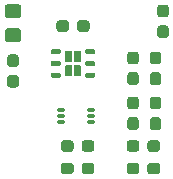
<source format=gbr>
G04 #@! TF.GenerationSoftware,KiCad,Pcbnew,(5.1.4)-1*
G04 #@! TF.CreationDate,2020-11-15T15:43:23+01:00*
G04 #@! TF.ProjectId,Sensorplatine,53656e73-6f72-4706-9c61-74696e652e6b,rev?*
G04 #@! TF.SameCoordinates,Original*
G04 #@! TF.FileFunction,Paste,Top*
G04 #@! TF.FilePolarity,Positive*
%FSLAX46Y46*%
G04 Gerber Fmt 4.6, Leading zero omitted, Abs format (unit mm)*
G04 Created by KiCad (PCBNEW (5.1.4)-1) date 2020-11-15 15:43:23*
%MOMM*%
%LPD*%
G04 APERTURE LIST*
%ADD10C,0.100000*%
%ADD11C,0.950000*%
%ADD12C,1.150000*%
%ADD13C,0.300000*%
%ADD14C,0.600000*%
%ADD15C,0.400000*%
G04 APERTURE END LIST*
D10*
G36*
X176790779Y-86471144D02*
G01*
X176813834Y-86474563D01*
X176836443Y-86480227D01*
X176858387Y-86488079D01*
X176879457Y-86498044D01*
X176899448Y-86510026D01*
X176918168Y-86523910D01*
X176935438Y-86539562D01*
X176951090Y-86556832D01*
X176964974Y-86575552D01*
X176976956Y-86595543D01*
X176986921Y-86616613D01*
X176994773Y-86638557D01*
X177000437Y-86661166D01*
X177003856Y-86684221D01*
X177005000Y-86707500D01*
X177005000Y-87282500D01*
X177003856Y-87305779D01*
X177000437Y-87328834D01*
X176994773Y-87351443D01*
X176986921Y-87373387D01*
X176976956Y-87394457D01*
X176964974Y-87414448D01*
X176951090Y-87433168D01*
X176935438Y-87450438D01*
X176918168Y-87466090D01*
X176899448Y-87479974D01*
X176879457Y-87491956D01*
X176858387Y-87501921D01*
X176836443Y-87509773D01*
X176813834Y-87515437D01*
X176790779Y-87518856D01*
X176767500Y-87520000D01*
X176292500Y-87520000D01*
X176269221Y-87518856D01*
X176246166Y-87515437D01*
X176223557Y-87509773D01*
X176201613Y-87501921D01*
X176180543Y-87491956D01*
X176160552Y-87479974D01*
X176141832Y-87466090D01*
X176124562Y-87450438D01*
X176108910Y-87433168D01*
X176095026Y-87414448D01*
X176083044Y-87394457D01*
X176073079Y-87373387D01*
X176065227Y-87351443D01*
X176059563Y-87328834D01*
X176056144Y-87305779D01*
X176055000Y-87282500D01*
X176055000Y-86707500D01*
X176056144Y-86684221D01*
X176059563Y-86661166D01*
X176065227Y-86638557D01*
X176073079Y-86616613D01*
X176083044Y-86595543D01*
X176095026Y-86575552D01*
X176108910Y-86556832D01*
X176124562Y-86539562D01*
X176141832Y-86523910D01*
X176160552Y-86510026D01*
X176180543Y-86498044D01*
X176201613Y-86488079D01*
X176223557Y-86480227D01*
X176246166Y-86474563D01*
X176269221Y-86471144D01*
X176292500Y-86470000D01*
X176767500Y-86470000D01*
X176790779Y-86471144D01*
X176790779Y-86471144D01*
G37*
D11*
X176530000Y-86995000D03*
D10*
G36*
X176790779Y-88221144D02*
G01*
X176813834Y-88224563D01*
X176836443Y-88230227D01*
X176858387Y-88238079D01*
X176879457Y-88248044D01*
X176899448Y-88260026D01*
X176918168Y-88273910D01*
X176935438Y-88289562D01*
X176951090Y-88306832D01*
X176964974Y-88325552D01*
X176976956Y-88345543D01*
X176986921Y-88366613D01*
X176994773Y-88388557D01*
X177000437Y-88411166D01*
X177003856Y-88434221D01*
X177005000Y-88457500D01*
X177005000Y-89032500D01*
X177003856Y-89055779D01*
X177000437Y-89078834D01*
X176994773Y-89101443D01*
X176986921Y-89123387D01*
X176976956Y-89144457D01*
X176964974Y-89164448D01*
X176951090Y-89183168D01*
X176935438Y-89200438D01*
X176918168Y-89216090D01*
X176899448Y-89229974D01*
X176879457Y-89241956D01*
X176858387Y-89251921D01*
X176836443Y-89259773D01*
X176813834Y-89265437D01*
X176790779Y-89268856D01*
X176767500Y-89270000D01*
X176292500Y-89270000D01*
X176269221Y-89268856D01*
X176246166Y-89265437D01*
X176223557Y-89259773D01*
X176201613Y-89251921D01*
X176180543Y-89241956D01*
X176160552Y-89229974D01*
X176141832Y-89216090D01*
X176124562Y-89200438D01*
X176108910Y-89183168D01*
X176095026Y-89164448D01*
X176083044Y-89144457D01*
X176073079Y-89123387D01*
X176065227Y-89101443D01*
X176059563Y-89078834D01*
X176056144Y-89055779D01*
X176055000Y-89032500D01*
X176055000Y-88457500D01*
X176056144Y-88434221D01*
X176059563Y-88411166D01*
X176065227Y-88388557D01*
X176073079Y-88366613D01*
X176083044Y-88345543D01*
X176095026Y-88325552D01*
X176108910Y-88306832D01*
X176124562Y-88289562D01*
X176141832Y-88273910D01*
X176160552Y-88260026D01*
X176180543Y-88248044D01*
X176201613Y-88238079D01*
X176223557Y-88230227D01*
X176246166Y-88224563D01*
X176269221Y-88221144D01*
X176292500Y-88220000D01*
X176767500Y-88220000D01*
X176790779Y-88221144D01*
X176790779Y-88221144D01*
G37*
D11*
X176530000Y-88745000D03*
D10*
G36*
X164304505Y-86421204D02*
G01*
X164328773Y-86424804D01*
X164352572Y-86430765D01*
X164375671Y-86439030D01*
X164397850Y-86449520D01*
X164418893Y-86462132D01*
X164438599Y-86476747D01*
X164456777Y-86493223D01*
X164473253Y-86511401D01*
X164487868Y-86531107D01*
X164500480Y-86552150D01*
X164510970Y-86574329D01*
X164519235Y-86597428D01*
X164525196Y-86621227D01*
X164528796Y-86645495D01*
X164530000Y-86669999D01*
X164530000Y-87320001D01*
X164528796Y-87344505D01*
X164525196Y-87368773D01*
X164519235Y-87392572D01*
X164510970Y-87415671D01*
X164500480Y-87437850D01*
X164487868Y-87458893D01*
X164473253Y-87478599D01*
X164456777Y-87496777D01*
X164438599Y-87513253D01*
X164418893Y-87527868D01*
X164397850Y-87540480D01*
X164375671Y-87550970D01*
X164352572Y-87559235D01*
X164328773Y-87565196D01*
X164304505Y-87568796D01*
X164280001Y-87570000D01*
X163379999Y-87570000D01*
X163355495Y-87568796D01*
X163331227Y-87565196D01*
X163307428Y-87559235D01*
X163284329Y-87550970D01*
X163262150Y-87540480D01*
X163241107Y-87527868D01*
X163221401Y-87513253D01*
X163203223Y-87496777D01*
X163186747Y-87478599D01*
X163172132Y-87458893D01*
X163159520Y-87437850D01*
X163149030Y-87415671D01*
X163140765Y-87392572D01*
X163134804Y-87368773D01*
X163131204Y-87344505D01*
X163130000Y-87320001D01*
X163130000Y-86669999D01*
X163131204Y-86645495D01*
X163134804Y-86621227D01*
X163140765Y-86597428D01*
X163149030Y-86574329D01*
X163159520Y-86552150D01*
X163172132Y-86531107D01*
X163186747Y-86511401D01*
X163203223Y-86493223D01*
X163221401Y-86476747D01*
X163241107Y-86462132D01*
X163262150Y-86449520D01*
X163284329Y-86439030D01*
X163307428Y-86430765D01*
X163331227Y-86424804D01*
X163355495Y-86421204D01*
X163379999Y-86420000D01*
X164280001Y-86420000D01*
X164304505Y-86421204D01*
X164304505Y-86421204D01*
G37*
D12*
X163830000Y-86995000D03*
D10*
G36*
X164304505Y-88471204D02*
G01*
X164328773Y-88474804D01*
X164352572Y-88480765D01*
X164375671Y-88489030D01*
X164397850Y-88499520D01*
X164418893Y-88512132D01*
X164438599Y-88526747D01*
X164456777Y-88543223D01*
X164473253Y-88561401D01*
X164487868Y-88581107D01*
X164500480Y-88602150D01*
X164510970Y-88624329D01*
X164519235Y-88647428D01*
X164525196Y-88671227D01*
X164528796Y-88695495D01*
X164530000Y-88719999D01*
X164530000Y-89370001D01*
X164528796Y-89394505D01*
X164525196Y-89418773D01*
X164519235Y-89442572D01*
X164510970Y-89465671D01*
X164500480Y-89487850D01*
X164487868Y-89508893D01*
X164473253Y-89528599D01*
X164456777Y-89546777D01*
X164438599Y-89563253D01*
X164418893Y-89577868D01*
X164397850Y-89590480D01*
X164375671Y-89600970D01*
X164352572Y-89609235D01*
X164328773Y-89615196D01*
X164304505Y-89618796D01*
X164280001Y-89620000D01*
X163379999Y-89620000D01*
X163355495Y-89618796D01*
X163331227Y-89615196D01*
X163307428Y-89609235D01*
X163284329Y-89600970D01*
X163262150Y-89590480D01*
X163241107Y-89577868D01*
X163221401Y-89563253D01*
X163203223Y-89546777D01*
X163186747Y-89528599D01*
X163172132Y-89508893D01*
X163159520Y-89487850D01*
X163149030Y-89465671D01*
X163140765Y-89442572D01*
X163134804Y-89418773D01*
X163131204Y-89394505D01*
X163130000Y-89370001D01*
X163130000Y-88719999D01*
X163131204Y-88695495D01*
X163134804Y-88671227D01*
X163140765Y-88647428D01*
X163149030Y-88624329D01*
X163159520Y-88602150D01*
X163172132Y-88581107D01*
X163186747Y-88561401D01*
X163203223Y-88543223D01*
X163221401Y-88526747D01*
X163241107Y-88512132D01*
X163262150Y-88499520D01*
X163284329Y-88489030D01*
X163307428Y-88480765D01*
X163331227Y-88474804D01*
X163355495Y-88471204D01*
X163379999Y-88470000D01*
X164280001Y-88470000D01*
X164304505Y-88471204D01*
X164304505Y-88471204D01*
G37*
D12*
X163830000Y-89045000D03*
D10*
G36*
X168345779Y-87791144D02*
G01*
X168368834Y-87794563D01*
X168391443Y-87800227D01*
X168413387Y-87808079D01*
X168434457Y-87818044D01*
X168454448Y-87830026D01*
X168473168Y-87843910D01*
X168490438Y-87859562D01*
X168506090Y-87876832D01*
X168519974Y-87895552D01*
X168531956Y-87915543D01*
X168541921Y-87936613D01*
X168549773Y-87958557D01*
X168555437Y-87981166D01*
X168558856Y-88004221D01*
X168560000Y-88027500D01*
X168560000Y-88502500D01*
X168558856Y-88525779D01*
X168555437Y-88548834D01*
X168549773Y-88571443D01*
X168541921Y-88593387D01*
X168531956Y-88614457D01*
X168519974Y-88634448D01*
X168506090Y-88653168D01*
X168490438Y-88670438D01*
X168473168Y-88686090D01*
X168454448Y-88699974D01*
X168434457Y-88711956D01*
X168413387Y-88721921D01*
X168391443Y-88729773D01*
X168368834Y-88735437D01*
X168345779Y-88738856D01*
X168322500Y-88740000D01*
X167747500Y-88740000D01*
X167724221Y-88738856D01*
X167701166Y-88735437D01*
X167678557Y-88729773D01*
X167656613Y-88721921D01*
X167635543Y-88711956D01*
X167615552Y-88699974D01*
X167596832Y-88686090D01*
X167579562Y-88670438D01*
X167563910Y-88653168D01*
X167550026Y-88634448D01*
X167538044Y-88614457D01*
X167528079Y-88593387D01*
X167520227Y-88571443D01*
X167514563Y-88548834D01*
X167511144Y-88525779D01*
X167510000Y-88502500D01*
X167510000Y-88027500D01*
X167511144Y-88004221D01*
X167514563Y-87981166D01*
X167520227Y-87958557D01*
X167528079Y-87936613D01*
X167538044Y-87915543D01*
X167550026Y-87895552D01*
X167563910Y-87876832D01*
X167579562Y-87859562D01*
X167596832Y-87843910D01*
X167615552Y-87830026D01*
X167635543Y-87818044D01*
X167656613Y-87808079D01*
X167678557Y-87800227D01*
X167701166Y-87794563D01*
X167724221Y-87791144D01*
X167747500Y-87790000D01*
X168322500Y-87790000D01*
X168345779Y-87791144D01*
X168345779Y-87791144D01*
G37*
D11*
X168035000Y-88265000D03*
D10*
G36*
X170095779Y-87791144D02*
G01*
X170118834Y-87794563D01*
X170141443Y-87800227D01*
X170163387Y-87808079D01*
X170184457Y-87818044D01*
X170204448Y-87830026D01*
X170223168Y-87843910D01*
X170240438Y-87859562D01*
X170256090Y-87876832D01*
X170269974Y-87895552D01*
X170281956Y-87915543D01*
X170291921Y-87936613D01*
X170299773Y-87958557D01*
X170305437Y-87981166D01*
X170308856Y-88004221D01*
X170310000Y-88027500D01*
X170310000Y-88502500D01*
X170308856Y-88525779D01*
X170305437Y-88548834D01*
X170299773Y-88571443D01*
X170291921Y-88593387D01*
X170281956Y-88614457D01*
X170269974Y-88634448D01*
X170256090Y-88653168D01*
X170240438Y-88670438D01*
X170223168Y-88686090D01*
X170204448Y-88699974D01*
X170184457Y-88711956D01*
X170163387Y-88721921D01*
X170141443Y-88729773D01*
X170118834Y-88735437D01*
X170095779Y-88738856D01*
X170072500Y-88740000D01*
X169497500Y-88740000D01*
X169474221Y-88738856D01*
X169451166Y-88735437D01*
X169428557Y-88729773D01*
X169406613Y-88721921D01*
X169385543Y-88711956D01*
X169365552Y-88699974D01*
X169346832Y-88686090D01*
X169329562Y-88670438D01*
X169313910Y-88653168D01*
X169300026Y-88634448D01*
X169288044Y-88614457D01*
X169278079Y-88593387D01*
X169270227Y-88571443D01*
X169264563Y-88548834D01*
X169261144Y-88525779D01*
X169260000Y-88502500D01*
X169260000Y-88027500D01*
X169261144Y-88004221D01*
X169264563Y-87981166D01*
X169270227Y-87958557D01*
X169278079Y-87936613D01*
X169288044Y-87915543D01*
X169300026Y-87895552D01*
X169313910Y-87876832D01*
X169329562Y-87859562D01*
X169346832Y-87843910D01*
X169365552Y-87830026D01*
X169385543Y-87818044D01*
X169406613Y-87808079D01*
X169428557Y-87800227D01*
X169451166Y-87794563D01*
X169474221Y-87791144D01*
X169497500Y-87790000D01*
X170072500Y-87790000D01*
X170095779Y-87791144D01*
X170095779Y-87791144D01*
G37*
D11*
X169785000Y-88265000D03*
D10*
G36*
X174300779Y-99856144D02*
G01*
X174323834Y-99859563D01*
X174346443Y-99865227D01*
X174368387Y-99873079D01*
X174389457Y-99883044D01*
X174409448Y-99895026D01*
X174428168Y-99908910D01*
X174445438Y-99924562D01*
X174461090Y-99941832D01*
X174474974Y-99960552D01*
X174486956Y-99980543D01*
X174496921Y-100001613D01*
X174504773Y-100023557D01*
X174510437Y-100046166D01*
X174513856Y-100069221D01*
X174515000Y-100092500D01*
X174515000Y-100567500D01*
X174513856Y-100590779D01*
X174510437Y-100613834D01*
X174504773Y-100636443D01*
X174496921Y-100658387D01*
X174486956Y-100679457D01*
X174474974Y-100699448D01*
X174461090Y-100718168D01*
X174445438Y-100735438D01*
X174428168Y-100751090D01*
X174409448Y-100764974D01*
X174389457Y-100776956D01*
X174368387Y-100786921D01*
X174346443Y-100794773D01*
X174323834Y-100800437D01*
X174300779Y-100803856D01*
X174277500Y-100805000D01*
X173702500Y-100805000D01*
X173679221Y-100803856D01*
X173656166Y-100800437D01*
X173633557Y-100794773D01*
X173611613Y-100786921D01*
X173590543Y-100776956D01*
X173570552Y-100764974D01*
X173551832Y-100751090D01*
X173534562Y-100735438D01*
X173518910Y-100718168D01*
X173505026Y-100699448D01*
X173493044Y-100679457D01*
X173483079Y-100658387D01*
X173475227Y-100636443D01*
X173469563Y-100613834D01*
X173466144Y-100590779D01*
X173465000Y-100567500D01*
X173465000Y-100092500D01*
X173466144Y-100069221D01*
X173469563Y-100046166D01*
X173475227Y-100023557D01*
X173483079Y-100001613D01*
X173493044Y-99980543D01*
X173505026Y-99960552D01*
X173518910Y-99941832D01*
X173534562Y-99924562D01*
X173551832Y-99908910D01*
X173570552Y-99895026D01*
X173590543Y-99883044D01*
X173611613Y-99873079D01*
X173633557Y-99865227D01*
X173656166Y-99859563D01*
X173679221Y-99856144D01*
X173702500Y-99855000D01*
X174277500Y-99855000D01*
X174300779Y-99856144D01*
X174300779Y-99856144D01*
G37*
D11*
X173990000Y-100330000D03*
D10*
G36*
X176050779Y-99856144D02*
G01*
X176073834Y-99859563D01*
X176096443Y-99865227D01*
X176118387Y-99873079D01*
X176139457Y-99883044D01*
X176159448Y-99895026D01*
X176178168Y-99908910D01*
X176195438Y-99924562D01*
X176211090Y-99941832D01*
X176224974Y-99960552D01*
X176236956Y-99980543D01*
X176246921Y-100001613D01*
X176254773Y-100023557D01*
X176260437Y-100046166D01*
X176263856Y-100069221D01*
X176265000Y-100092500D01*
X176265000Y-100567500D01*
X176263856Y-100590779D01*
X176260437Y-100613834D01*
X176254773Y-100636443D01*
X176246921Y-100658387D01*
X176236956Y-100679457D01*
X176224974Y-100699448D01*
X176211090Y-100718168D01*
X176195438Y-100735438D01*
X176178168Y-100751090D01*
X176159448Y-100764974D01*
X176139457Y-100776956D01*
X176118387Y-100786921D01*
X176096443Y-100794773D01*
X176073834Y-100800437D01*
X176050779Y-100803856D01*
X176027500Y-100805000D01*
X175452500Y-100805000D01*
X175429221Y-100803856D01*
X175406166Y-100800437D01*
X175383557Y-100794773D01*
X175361613Y-100786921D01*
X175340543Y-100776956D01*
X175320552Y-100764974D01*
X175301832Y-100751090D01*
X175284562Y-100735438D01*
X175268910Y-100718168D01*
X175255026Y-100699448D01*
X175243044Y-100679457D01*
X175233079Y-100658387D01*
X175225227Y-100636443D01*
X175219563Y-100613834D01*
X175216144Y-100590779D01*
X175215000Y-100567500D01*
X175215000Y-100092500D01*
X175216144Y-100069221D01*
X175219563Y-100046166D01*
X175225227Y-100023557D01*
X175233079Y-100001613D01*
X175243044Y-99980543D01*
X175255026Y-99960552D01*
X175268910Y-99941832D01*
X175284562Y-99924562D01*
X175301832Y-99908910D01*
X175320552Y-99895026D01*
X175340543Y-99883044D01*
X175361613Y-99873079D01*
X175383557Y-99865227D01*
X175406166Y-99859563D01*
X175429221Y-99856144D01*
X175452500Y-99855000D01*
X176027500Y-99855000D01*
X176050779Y-99856144D01*
X176050779Y-99856144D01*
G37*
D11*
X175740000Y-100330000D03*
D10*
G36*
X170490779Y-97951144D02*
G01*
X170513834Y-97954563D01*
X170536443Y-97960227D01*
X170558387Y-97968079D01*
X170579457Y-97978044D01*
X170599448Y-97990026D01*
X170618168Y-98003910D01*
X170635438Y-98019562D01*
X170651090Y-98036832D01*
X170664974Y-98055552D01*
X170676956Y-98075543D01*
X170686921Y-98096613D01*
X170694773Y-98118557D01*
X170700437Y-98141166D01*
X170703856Y-98164221D01*
X170705000Y-98187500D01*
X170705000Y-98662500D01*
X170703856Y-98685779D01*
X170700437Y-98708834D01*
X170694773Y-98731443D01*
X170686921Y-98753387D01*
X170676956Y-98774457D01*
X170664974Y-98794448D01*
X170651090Y-98813168D01*
X170635438Y-98830438D01*
X170618168Y-98846090D01*
X170599448Y-98859974D01*
X170579457Y-98871956D01*
X170558387Y-98881921D01*
X170536443Y-98889773D01*
X170513834Y-98895437D01*
X170490779Y-98898856D01*
X170467500Y-98900000D01*
X169892500Y-98900000D01*
X169869221Y-98898856D01*
X169846166Y-98895437D01*
X169823557Y-98889773D01*
X169801613Y-98881921D01*
X169780543Y-98871956D01*
X169760552Y-98859974D01*
X169741832Y-98846090D01*
X169724562Y-98830438D01*
X169708910Y-98813168D01*
X169695026Y-98794448D01*
X169683044Y-98774457D01*
X169673079Y-98753387D01*
X169665227Y-98731443D01*
X169659563Y-98708834D01*
X169656144Y-98685779D01*
X169655000Y-98662500D01*
X169655000Y-98187500D01*
X169656144Y-98164221D01*
X169659563Y-98141166D01*
X169665227Y-98118557D01*
X169673079Y-98096613D01*
X169683044Y-98075543D01*
X169695026Y-98055552D01*
X169708910Y-98036832D01*
X169724562Y-98019562D01*
X169741832Y-98003910D01*
X169760552Y-97990026D01*
X169780543Y-97978044D01*
X169801613Y-97968079D01*
X169823557Y-97960227D01*
X169846166Y-97954563D01*
X169869221Y-97951144D01*
X169892500Y-97950000D01*
X170467500Y-97950000D01*
X170490779Y-97951144D01*
X170490779Y-97951144D01*
G37*
D11*
X170180000Y-98425000D03*
D10*
G36*
X168740779Y-97951144D02*
G01*
X168763834Y-97954563D01*
X168786443Y-97960227D01*
X168808387Y-97968079D01*
X168829457Y-97978044D01*
X168849448Y-97990026D01*
X168868168Y-98003910D01*
X168885438Y-98019562D01*
X168901090Y-98036832D01*
X168914974Y-98055552D01*
X168926956Y-98075543D01*
X168936921Y-98096613D01*
X168944773Y-98118557D01*
X168950437Y-98141166D01*
X168953856Y-98164221D01*
X168955000Y-98187500D01*
X168955000Y-98662500D01*
X168953856Y-98685779D01*
X168950437Y-98708834D01*
X168944773Y-98731443D01*
X168936921Y-98753387D01*
X168926956Y-98774457D01*
X168914974Y-98794448D01*
X168901090Y-98813168D01*
X168885438Y-98830438D01*
X168868168Y-98846090D01*
X168849448Y-98859974D01*
X168829457Y-98871956D01*
X168808387Y-98881921D01*
X168786443Y-98889773D01*
X168763834Y-98895437D01*
X168740779Y-98898856D01*
X168717500Y-98900000D01*
X168142500Y-98900000D01*
X168119221Y-98898856D01*
X168096166Y-98895437D01*
X168073557Y-98889773D01*
X168051613Y-98881921D01*
X168030543Y-98871956D01*
X168010552Y-98859974D01*
X167991832Y-98846090D01*
X167974562Y-98830438D01*
X167958910Y-98813168D01*
X167945026Y-98794448D01*
X167933044Y-98774457D01*
X167923079Y-98753387D01*
X167915227Y-98731443D01*
X167909563Y-98708834D01*
X167906144Y-98685779D01*
X167905000Y-98662500D01*
X167905000Y-98187500D01*
X167906144Y-98164221D01*
X167909563Y-98141166D01*
X167915227Y-98118557D01*
X167923079Y-98096613D01*
X167933044Y-98075543D01*
X167945026Y-98055552D01*
X167958910Y-98036832D01*
X167974562Y-98019562D01*
X167991832Y-98003910D01*
X168010552Y-97990026D01*
X168030543Y-97978044D01*
X168051613Y-97968079D01*
X168073557Y-97960227D01*
X168096166Y-97954563D01*
X168119221Y-97951144D01*
X168142500Y-97950000D01*
X168717500Y-97950000D01*
X168740779Y-97951144D01*
X168740779Y-97951144D01*
G37*
D11*
X168430000Y-98425000D03*
D10*
G36*
X164090779Y-92426144D02*
G01*
X164113834Y-92429563D01*
X164136443Y-92435227D01*
X164158387Y-92443079D01*
X164179457Y-92453044D01*
X164199448Y-92465026D01*
X164218168Y-92478910D01*
X164235438Y-92494562D01*
X164251090Y-92511832D01*
X164264974Y-92530552D01*
X164276956Y-92550543D01*
X164286921Y-92571613D01*
X164294773Y-92593557D01*
X164300437Y-92616166D01*
X164303856Y-92639221D01*
X164305000Y-92662500D01*
X164305000Y-93237500D01*
X164303856Y-93260779D01*
X164300437Y-93283834D01*
X164294773Y-93306443D01*
X164286921Y-93328387D01*
X164276956Y-93349457D01*
X164264974Y-93369448D01*
X164251090Y-93388168D01*
X164235438Y-93405438D01*
X164218168Y-93421090D01*
X164199448Y-93434974D01*
X164179457Y-93446956D01*
X164158387Y-93456921D01*
X164136443Y-93464773D01*
X164113834Y-93470437D01*
X164090779Y-93473856D01*
X164067500Y-93475000D01*
X163592500Y-93475000D01*
X163569221Y-93473856D01*
X163546166Y-93470437D01*
X163523557Y-93464773D01*
X163501613Y-93456921D01*
X163480543Y-93446956D01*
X163460552Y-93434974D01*
X163441832Y-93421090D01*
X163424562Y-93405438D01*
X163408910Y-93388168D01*
X163395026Y-93369448D01*
X163383044Y-93349457D01*
X163373079Y-93328387D01*
X163365227Y-93306443D01*
X163359563Y-93283834D01*
X163356144Y-93260779D01*
X163355000Y-93237500D01*
X163355000Y-92662500D01*
X163356144Y-92639221D01*
X163359563Y-92616166D01*
X163365227Y-92593557D01*
X163373079Y-92571613D01*
X163383044Y-92550543D01*
X163395026Y-92530552D01*
X163408910Y-92511832D01*
X163424562Y-92494562D01*
X163441832Y-92478910D01*
X163460552Y-92465026D01*
X163480543Y-92453044D01*
X163501613Y-92443079D01*
X163523557Y-92435227D01*
X163546166Y-92429563D01*
X163569221Y-92426144D01*
X163592500Y-92425000D01*
X164067500Y-92425000D01*
X164090779Y-92426144D01*
X164090779Y-92426144D01*
G37*
D11*
X163830000Y-92950000D03*
D10*
G36*
X164090779Y-90676144D02*
G01*
X164113834Y-90679563D01*
X164136443Y-90685227D01*
X164158387Y-90693079D01*
X164179457Y-90703044D01*
X164199448Y-90715026D01*
X164218168Y-90728910D01*
X164235438Y-90744562D01*
X164251090Y-90761832D01*
X164264974Y-90780552D01*
X164276956Y-90800543D01*
X164286921Y-90821613D01*
X164294773Y-90843557D01*
X164300437Y-90866166D01*
X164303856Y-90889221D01*
X164305000Y-90912500D01*
X164305000Y-91487500D01*
X164303856Y-91510779D01*
X164300437Y-91533834D01*
X164294773Y-91556443D01*
X164286921Y-91578387D01*
X164276956Y-91599457D01*
X164264974Y-91619448D01*
X164251090Y-91638168D01*
X164235438Y-91655438D01*
X164218168Y-91671090D01*
X164199448Y-91684974D01*
X164179457Y-91696956D01*
X164158387Y-91706921D01*
X164136443Y-91714773D01*
X164113834Y-91720437D01*
X164090779Y-91723856D01*
X164067500Y-91725000D01*
X163592500Y-91725000D01*
X163569221Y-91723856D01*
X163546166Y-91720437D01*
X163523557Y-91714773D01*
X163501613Y-91706921D01*
X163480543Y-91696956D01*
X163460552Y-91684974D01*
X163441832Y-91671090D01*
X163424562Y-91655438D01*
X163408910Y-91638168D01*
X163395026Y-91619448D01*
X163383044Y-91599457D01*
X163373079Y-91578387D01*
X163365227Y-91556443D01*
X163359563Y-91533834D01*
X163356144Y-91510779D01*
X163355000Y-91487500D01*
X163355000Y-90912500D01*
X163356144Y-90889221D01*
X163359563Y-90866166D01*
X163365227Y-90843557D01*
X163373079Y-90821613D01*
X163383044Y-90800543D01*
X163395026Y-90780552D01*
X163408910Y-90761832D01*
X163424562Y-90744562D01*
X163441832Y-90728910D01*
X163460552Y-90715026D01*
X163480543Y-90703044D01*
X163501613Y-90693079D01*
X163523557Y-90685227D01*
X163546166Y-90679563D01*
X163569221Y-90676144D01*
X163592500Y-90675000D01*
X164067500Y-90675000D01*
X164090779Y-90676144D01*
X164090779Y-90676144D01*
G37*
D11*
X163830000Y-91200000D03*
D10*
G36*
X168740779Y-99856144D02*
G01*
X168763834Y-99859563D01*
X168786443Y-99865227D01*
X168808387Y-99873079D01*
X168829457Y-99883044D01*
X168849448Y-99895026D01*
X168868168Y-99908910D01*
X168885438Y-99924562D01*
X168901090Y-99941832D01*
X168914974Y-99960552D01*
X168926956Y-99980543D01*
X168936921Y-100001613D01*
X168944773Y-100023557D01*
X168950437Y-100046166D01*
X168953856Y-100069221D01*
X168955000Y-100092500D01*
X168955000Y-100567500D01*
X168953856Y-100590779D01*
X168950437Y-100613834D01*
X168944773Y-100636443D01*
X168936921Y-100658387D01*
X168926956Y-100679457D01*
X168914974Y-100699448D01*
X168901090Y-100718168D01*
X168885438Y-100735438D01*
X168868168Y-100751090D01*
X168849448Y-100764974D01*
X168829457Y-100776956D01*
X168808387Y-100786921D01*
X168786443Y-100794773D01*
X168763834Y-100800437D01*
X168740779Y-100803856D01*
X168717500Y-100805000D01*
X168142500Y-100805000D01*
X168119221Y-100803856D01*
X168096166Y-100800437D01*
X168073557Y-100794773D01*
X168051613Y-100786921D01*
X168030543Y-100776956D01*
X168010552Y-100764974D01*
X167991832Y-100751090D01*
X167974562Y-100735438D01*
X167958910Y-100718168D01*
X167945026Y-100699448D01*
X167933044Y-100679457D01*
X167923079Y-100658387D01*
X167915227Y-100636443D01*
X167909563Y-100613834D01*
X167906144Y-100590779D01*
X167905000Y-100567500D01*
X167905000Y-100092500D01*
X167906144Y-100069221D01*
X167909563Y-100046166D01*
X167915227Y-100023557D01*
X167923079Y-100001613D01*
X167933044Y-99980543D01*
X167945026Y-99960552D01*
X167958910Y-99941832D01*
X167974562Y-99924562D01*
X167991832Y-99908910D01*
X168010552Y-99895026D01*
X168030543Y-99883044D01*
X168051613Y-99873079D01*
X168073557Y-99865227D01*
X168096166Y-99859563D01*
X168119221Y-99856144D01*
X168142500Y-99855000D01*
X168717500Y-99855000D01*
X168740779Y-99856144D01*
X168740779Y-99856144D01*
G37*
D11*
X168430000Y-100330000D03*
D10*
G36*
X170490779Y-99856144D02*
G01*
X170513834Y-99859563D01*
X170536443Y-99865227D01*
X170558387Y-99873079D01*
X170579457Y-99883044D01*
X170599448Y-99895026D01*
X170618168Y-99908910D01*
X170635438Y-99924562D01*
X170651090Y-99941832D01*
X170664974Y-99960552D01*
X170676956Y-99980543D01*
X170686921Y-100001613D01*
X170694773Y-100023557D01*
X170700437Y-100046166D01*
X170703856Y-100069221D01*
X170705000Y-100092500D01*
X170705000Y-100567500D01*
X170703856Y-100590779D01*
X170700437Y-100613834D01*
X170694773Y-100636443D01*
X170686921Y-100658387D01*
X170676956Y-100679457D01*
X170664974Y-100699448D01*
X170651090Y-100718168D01*
X170635438Y-100735438D01*
X170618168Y-100751090D01*
X170599448Y-100764974D01*
X170579457Y-100776956D01*
X170558387Y-100786921D01*
X170536443Y-100794773D01*
X170513834Y-100800437D01*
X170490779Y-100803856D01*
X170467500Y-100805000D01*
X169892500Y-100805000D01*
X169869221Y-100803856D01*
X169846166Y-100800437D01*
X169823557Y-100794773D01*
X169801613Y-100786921D01*
X169780543Y-100776956D01*
X169760552Y-100764974D01*
X169741832Y-100751090D01*
X169724562Y-100735438D01*
X169708910Y-100718168D01*
X169695026Y-100699448D01*
X169683044Y-100679457D01*
X169673079Y-100658387D01*
X169665227Y-100636443D01*
X169659563Y-100613834D01*
X169656144Y-100590779D01*
X169655000Y-100567500D01*
X169655000Y-100092500D01*
X169656144Y-100069221D01*
X169659563Y-100046166D01*
X169665227Y-100023557D01*
X169673079Y-100001613D01*
X169683044Y-99980543D01*
X169695026Y-99960552D01*
X169708910Y-99941832D01*
X169724562Y-99924562D01*
X169741832Y-99908910D01*
X169760552Y-99895026D01*
X169780543Y-99883044D01*
X169801613Y-99873079D01*
X169823557Y-99865227D01*
X169846166Y-99859563D01*
X169869221Y-99856144D01*
X169892500Y-99855000D01*
X170467500Y-99855000D01*
X170490779Y-99856144D01*
X170490779Y-99856144D01*
G37*
D11*
X170180000Y-100330000D03*
D10*
G36*
X174300779Y-97951144D02*
G01*
X174323834Y-97954563D01*
X174346443Y-97960227D01*
X174368387Y-97968079D01*
X174389457Y-97978044D01*
X174409448Y-97990026D01*
X174428168Y-98003910D01*
X174445438Y-98019562D01*
X174461090Y-98036832D01*
X174474974Y-98055552D01*
X174486956Y-98075543D01*
X174496921Y-98096613D01*
X174504773Y-98118557D01*
X174510437Y-98141166D01*
X174513856Y-98164221D01*
X174515000Y-98187500D01*
X174515000Y-98662500D01*
X174513856Y-98685779D01*
X174510437Y-98708834D01*
X174504773Y-98731443D01*
X174496921Y-98753387D01*
X174486956Y-98774457D01*
X174474974Y-98794448D01*
X174461090Y-98813168D01*
X174445438Y-98830438D01*
X174428168Y-98846090D01*
X174409448Y-98859974D01*
X174389457Y-98871956D01*
X174368387Y-98881921D01*
X174346443Y-98889773D01*
X174323834Y-98895437D01*
X174300779Y-98898856D01*
X174277500Y-98900000D01*
X173702500Y-98900000D01*
X173679221Y-98898856D01*
X173656166Y-98895437D01*
X173633557Y-98889773D01*
X173611613Y-98881921D01*
X173590543Y-98871956D01*
X173570552Y-98859974D01*
X173551832Y-98846090D01*
X173534562Y-98830438D01*
X173518910Y-98813168D01*
X173505026Y-98794448D01*
X173493044Y-98774457D01*
X173483079Y-98753387D01*
X173475227Y-98731443D01*
X173469563Y-98708834D01*
X173466144Y-98685779D01*
X173465000Y-98662500D01*
X173465000Y-98187500D01*
X173466144Y-98164221D01*
X173469563Y-98141166D01*
X173475227Y-98118557D01*
X173483079Y-98096613D01*
X173493044Y-98075543D01*
X173505026Y-98055552D01*
X173518910Y-98036832D01*
X173534562Y-98019562D01*
X173551832Y-98003910D01*
X173570552Y-97990026D01*
X173590543Y-97978044D01*
X173611613Y-97968079D01*
X173633557Y-97960227D01*
X173656166Y-97954563D01*
X173679221Y-97951144D01*
X173702500Y-97950000D01*
X174277500Y-97950000D01*
X174300779Y-97951144D01*
X174300779Y-97951144D01*
G37*
D11*
X173990000Y-98425000D03*
D10*
G36*
X176050779Y-97951144D02*
G01*
X176073834Y-97954563D01*
X176096443Y-97960227D01*
X176118387Y-97968079D01*
X176139457Y-97978044D01*
X176159448Y-97990026D01*
X176178168Y-98003910D01*
X176195438Y-98019562D01*
X176211090Y-98036832D01*
X176224974Y-98055552D01*
X176236956Y-98075543D01*
X176246921Y-98096613D01*
X176254773Y-98118557D01*
X176260437Y-98141166D01*
X176263856Y-98164221D01*
X176265000Y-98187500D01*
X176265000Y-98662500D01*
X176263856Y-98685779D01*
X176260437Y-98708834D01*
X176254773Y-98731443D01*
X176246921Y-98753387D01*
X176236956Y-98774457D01*
X176224974Y-98794448D01*
X176211090Y-98813168D01*
X176195438Y-98830438D01*
X176178168Y-98846090D01*
X176159448Y-98859974D01*
X176139457Y-98871956D01*
X176118387Y-98881921D01*
X176096443Y-98889773D01*
X176073834Y-98895437D01*
X176050779Y-98898856D01*
X176027500Y-98900000D01*
X175452500Y-98900000D01*
X175429221Y-98898856D01*
X175406166Y-98895437D01*
X175383557Y-98889773D01*
X175361613Y-98881921D01*
X175340543Y-98871956D01*
X175320552Y-98859974D01*
X175301832Y-98846090D01*
X175284562Y-98830438D01*
X175268910Y-98813168D01*
X175255026Y-98794448D01*
X175243044Y-98774457D01*
X175233079Y-98753387D01*
X175225227Y-98731443D01*
X175219563Y-98708834D01*
X175216144Y-98685779D01*
X175215000Y-98662500D01*
X175215000Y-98187500D01*
X175216144Y-98164221D01*
X175219563Y-98141166D01*
X175225227Y-98118557D01*
X175233079Y-98096613D01*
X175243044Y-98075543D01*
X175255026Y-98055552D01*
X175268910Y-98036832D01*
X175284562Y-98019562D01*
X175301832Y-98003910D01*
X175320552Y-97990026D01*
X175340543Y-97978044D01*
X175361613Y-97968079D01*
X175383557Y-97960227D01*
X175406166Y-97954563D01*
X175429221Y-97951144D01*
X175452500Y-97950000D01*
X176027500Y-97950000D01*
X176050779Y-97951144D01*
X176050779Y-97951144D01*
G37*
D11*
X175740000Y-98425000D03*
D10*
G36*
X174250779Y-92186144D02*
G01*
X174273834Y-92189563D01*
X174296443Y-92195227D01*
X174318387Y-92203079D01*
X174339457Y-92213044D01*
X174359448Y-92225026D01*
X174378168Y-92238910D01*
X174395438Y-92254562D01*
X174411090Y-92271832D01*
X174424974Y-92290552D01*
X174436956Y-92310543D01*
X174446921Y-92331613D01*
X174454773Y-92353557D01*
X174460437Y-92376166D01*
X174463856Y-92399221D01*
X174465000Y-92422500D01*
X174465000Y-92997500D01*
X174463856Y-93020779D01*
X174460437Y-93043834D01*
X174454773Y-93066443D01*
X174446921Y-93088387D01*
X174436956Y-93109457D01*
X174424974Y-93129448D01*
X174411090Y-93148168D01*
X174395438Y-93165438D01*
X174378168Y-93181090D01*
X174359448Y-93194974D01*
X174339457Y-93206956D01*
X174318387Y-93216921D01*
X174296443Y-93224773D01*
X174273834Y-93230437D01*
X174250779Y-93233856D01*
X174227500Y-93235000D01*
X173752500Y-93235000D01*
X173729221Y-93233856D01*
X173706166Y-93230437D01*
X173683557Y-93224773D01*
X173661613Y-93216921D01*
X173640543Y-93206956D01*
X173620552Y-93194974D01*
X173601832Y-93181090D01*
X173584562Y-93165438D01*
X173568910Y-93148168D01*
X173555026Y-93129448D01*
X173543044Y-93109457D01*
X173533079Y-93088387D01*
X173525227Y-93066443D01*
X173519563Y-93043834D01*
X173516144Y-93020779D01*
X173515000Y-92997500D01*
X173515000Y-92422500D01*
X173516144Y-92399221D01*
X173519563Y-92376166D01*
X173525227Y-92353557D01*
X173533079Y-92331613D01*
X173543044Y-92310543D01*
X173555026Y-92290552D01*
X173568910Y-92271832D01*
X173584562Y-92254562D01*
X173601832Y-92238910D01*
X173620552Y-92225026D01*
X173640543Y-92213044D01*
X173661613Y-92203079D01*
X173683557Y-92195227D01*
X173706166Y-92189563D01*
X173729221Y-92186144D01*
X173752500Y-92185000D01*
X174227500Y-92185000D01*
X174250779Y-92186144D01*
X174250779Y-92186144D01*
G37*
D11*
X173990000Y-92710000D03*
D10*
G36*
X174250779Y-90436144D02*
G01*
X174273834Y-90439563D01*
X174296443Y-90445227D01*
X174318387Y-90453079D01*
X174339457Y-90463044D01*
X174359448Y-90475026D01*
X174378168Y-90488910D01*
X174395438Y-90504562D01*
X174411090Y-90521832D01*
X174424974Y-90540552D01*
X174436956Y-90560543D01*
X174446921Y-90581613D01*
X174454773Y-90603557D01*
X174460437Y-90626166D01*
X174463856Y-90649221D01*
X174465000Y-90672500D01*
X174465000Y-91247500D01*
X174463856Y-91270779D01*
X174460437Y-91293834D01*
X174454773Y-91316443D01*
X174446921Y-91338387D01*
X174436956Y-91359457D01*
X174424974Y-91379448D01*
X174411090Y-91398168D01*
X174395438Y-91415438D01*
X174378168Y-91431090D01*
X174359448Y-91444974D01*
X174339457Y-91456956D01*
X174318387Y-91466921D01*
X174296443Y-91474773D01*
X174273834Y-91480437D01*
X174250779Y-91483856D01*
X174227500Y-91485000D01*
X173752500Y-91485000D01*
X173729221Y-91483856D01*
X173706166Y-91480437D01*
X173683557Y-91474773D01*
X173661613Y-91466921D01*
X173640543Y-91456956D01*
X173620552Y-91444974D01*
X173601832Y-91431090D01*
X173584562Y-91415438D01*
X173568910Y-91398168D01*
X173555026Y-91379448D01*
X173543044Y-91359457D01*
X173533079Y-91338387D01*
X173525227Y-91316443D01*
X173519563Y-91293834D01*
X173516144Y-91270779D01*
X173515000Y-91247500D01*
X173515000Y-90672500D01*
X173516144Y-90649221D01*
X173519563Y-90626166D01*
X173525227Y-90603557D01*
X173533079Y-90581613D01*
X173543044Y-90560543D01*
X173555026Y-90540552D01*
X173568910Y-90521832D01*
X173584562Y-90504562D01*
X173601832Y-90488910D01*
X173620552Y-90475026D01*
X173640543Y-90463044D01*
X173661613Y-90453079D01*
X173683557Y-90445227D01*
X173706166Y-90439563D01*
X173729221Y-90436144D01*
X173752500Y-90435000D01*
X174227500Y-90435000D01*
X174250779Y-90436144D01*
X174250779Y-90436144D01*
G37*
D11*
X173990000Y-90960000D03*
D10*
G36*
X176155779Y-94246144D02*
G01*
X176178834Y-94249563D01*
X176201443Y-94255227D01*
X176223387Y-94263079D01*
X176244457Y-94273044D01*
X176264448Y-94285026D01*
X176283168Y-94298910D01*
X176300438Y-94314562D01*
X176316090Y-94331832D01*
X176329974Y-94350552D01*
X176341956Y-94370543D01*
X176351921Y-94391613D01*
X176359773Y-94413557D01*
X176365437Y-94436166D01*
X176368856Y-94459221D01*
X176370000Y-94482500D01*
X176370000Y-95057500D01*
X176368856Y-95080779D01*
X176365437Y-95103834D01*
X176359773Y-95126443D01*
X176351921Y-95148387D01*
X176341956Y-95169457D01*
X176329974Y-95189448D01*
X176316090Y-95208168D01*
X176300438Y-95225438D01*
X176283168Y-95241090D01*
X176264448Y-95254974D01*
X176244457Y-95266956D01*
X176223387Y-95276921D01*
X176201443Y-95284773D01*
X176178834Y-95290437D01*
X176155779Y-95293856D01*
X176132500Y-95295000D01*
X175657500Y-95295000D01*
X175634221Y-95293856D01*
X175611166Y-95290437D01*
X175588557Y-95284773D01*
X175566613Y-95276921D01*
X175545543Y-95266956D01*
X175525552Y-95254974D01*
X175506832Y-95241090D01*
X175489562Y-95225438D01*
X175473910Y-95208168D01*
X175460026Y-95189448D01*
X175448044Y-95169457D01*
X175438079Y-95148387D01*
X175430227Y-95126443D01*
X175424563Y-95103834D01*
X175421144Y-95080779D01*
X175420000Y-95057500D01*
X175420000Y-94482500D01*
X175421144Y-94459221D01*
X175424563Y-94436166D01*
X175430227Y-94413557D01*
X175438079Y-94391613D01*
X175448044Y-94370543D01*
X175460026Y-94350552D01*
X175473910Y-94331832D01*
X175489562Y-94314562D01*
X175506832Y-94298910D01*
X175525552Y-94285026D01*
X175545543Y-94273044D01*
X175566613Y-94263079D01*
X175588557Y-94255227D01*
X175611166Y-94249563D01*
X175634221Y-94246144D01*
X175657500Y-94245000D01*
X176132500Y-94245000D01*
X176155779Y-94246144D01*
X176155779Y-94246144D01*
G37*
D11*
X175895000Y-94770000D03*
D10*
G36*
X176155779Y-95996144D02*
G01*
X176178834Y-95999563D01*
X176201443Y-96005227D01*
X176223387Y-96013079D01*
X176244457Y-96023044D01*
X176264448Y-96035026D01*
X176283168Y-96048910D01*
X176300438Y-96064562D01*
X176316090Y-96081832D01*
X176329974Y-96100552D01*
X176341956Y-96120543D01*
X176351921Y-96141613D01*
X176359773Y-96163557D01*
X176365437Y-96186166D01*
X176368856Y-96209221D01*
X176370000Y-96232500D01*
X176370000Y-96807500D01*
X176368856Y-96830779D01*
X176365437Y-96853834D01*
X176359773Y-96876443D01*
X176351921Y-96898387D01*
X176341956Y-96919457D01*
X176329974Y-96939448D01*
X176316090Y-96958168D01*
X176300438Y-96975438D01*
X176283168Y-96991090D01*
X176264448Y-97004974D01*
X176244457Y-97016956D01*
X176223387Y-97026921D01*
X176201443Y-97034773D01*
X176178834Y-97040437D01*
X176155779Y-97043856D01*
X176132500Y-97045000D01*
X175657500Y-97045000D01*
X175634221Y-97043856D01*
X175611166Y-97040437D01*
X175588557Y-97034773D01*
X175566613Y-97026921D01*
X175545543Y-97016956D01*
X175525552Y-97004974D01*
X175506832Y-96991090D01*
X175489562Y-96975438D01*
X175473910Y-96958168D01*
X175460026Y-96939448D01*
X175448044Y-96919457D01*
X175438079Y-96898387D01*
X175430227Y-96876443D01*
X175424563Y-96853834D01*
X175421144Y-96830779D01*
X175420000Y-96807500D01*
X175420000Y-96232500D01*
X175421144Y-96209221D01*
X175424563Y-96186166D01*
X175430227Y-96163557D01*
X175438079Y-96141613D01*
X175448044Y-96120543D01*
X175460026Y-96100552D01*
X175473910Y-96081832D01*
X175489562Y-96064562D01*
X175506832Y-96048910D01*
X175525552Y-96035026D01*
X175545543Y-96023044D01*
X175566613Y-96013079D01*
X175588557Y-96005227D01*
X175611166Y-95999563D01*
X175634221Y-95996144D01*
X175657500Y-95995000D01*
X176132500Y-95995000D01*
X176155779Y-95996144D01*
X176155779Y-95996144D01*
G37*
D11*
X175895000Y-96520000D03*
D10*
G36*
X174250779Y-95996144D02*
G01*
X174273834Y-95999563D01*
X174296443Y-96005227D01*
X174318387Y-96013079D01*
X174339457Y-96023044D01*
X174359448Y-96035026D01*
X174378168Y-96048910D01*
X174395438Y-96064562D01*
X174411090Y-96081832D01*
X174424974Y-96100552D01*
X174436956Y-96120543D01*
X174446921Y-96141613D01*
X174454773Y-96163557D01*
X174460437Y-96186166D01*
X174463856Y-96209221D01*
X174465000Y-96232500D01*
X174465000Y-96807500D01*
X174463856Y-96830779D01*
X174460437Y-96853834D01*
X174454773Y-96876443D01*
X174446921Y-96898387D01*
X174436956Y-96919457D01*
X174424974Y-96939448D01*
X174411090Y-96958168D01*
X174395438Y-96975438D01*
X174378168Y-96991090D01*
X174359448Y-97004974D01*
X174339457Y-97016956D01*
X174318387Y-97026921D01*
X174296443Y-97034773D01*
X174273834Y-97040437D01*
X174250779Y-97043856D01*
X174227500Y-97045000D01*
X173752500Y-97045000D01*
X173729221Y-97043856D01*
X173706166Y-97040437D01*
X173683557Y-97034773D01*
X173661613Y-97026921D01*
X173640543Y-97016956D01*
X173620552Y-97004974D01*
X173601832Y-96991090D01*
X173584562Y-96975438D01*
X173568910Y-96958168D01*
X173555026Y-96939448D01*
X173543044Y-96919457D01*
X173533079Y-96898387D01*
X173525227Y-96876443D01*
X173519563Y-96853834D01*
X173516144Y-96830779D01*
X173515000Y-96807500D01*
X173515000Y-96232500D01*
X173516144Y-96209221D01*
X173519563Y-96186166D01*
X173525227Y-96163557D01*
X173533079Y-96141613D01*
X173543044Y-96120543D01*
X173555026Y-96100552D01*
X173568910Y-96081832D01*
X173584562Y-96064562D01*
X173601832Y-96048910D01*
X173620552Y-96035026D01*
X173640543Y-96023044D01*
X173661613Y-96013079D01*
X173683557Y-96005227D01*
X173706166Y-95999563D01*
X173729221Y-95996144D01*
X173752500Y-95995000D01*
X174227500Y-95995000D01*
X174250779Y-95996144D01*
X174250779Y-95996144D01*
G37*
D11*
X173990000Y-96520000D03*
D10*
G36*
X174250779Y-94246144D02*
G01*
X174273834Y-94249563D01*
X174296443Y-94255227D01*
X174318387Y-94263079D01*
X174339457Y-94273044D01*
X174359448Y-94285026D01*
X174378168Y-94298910D01*
X174395438Y-94314562D01*
X174411090Y-94331832D01*
X174424974Y-94350552D01*
X174436956Y-94370543D01*
X174446921Y-94391613D01*
X174454773Y-94413557D01*
X174460437Y-94436166D01*
X174463856Y-94459221D01*
X174465000Y-94482500D01*
X174465000Y-95057500D01*
X174463856Y-95080779D01*
X174460437Y-95103834D01*
X174454773Y-95126443D01*
X174446921Y-95148387D01*
X174436956Y-95169457D01*
X174424974Y-95189448D01*
X174411090Y-95208168D01*
X174395438Y-95225438D01*
X174378168Y-95241090D01*
X174359448Y-95254974D01*
X174339457Y-95266956D01*
X174318387Y-95276921D01*
X174296443Y-95284773D01*
X174273834Y-95290437D01*
X174250779Y-95293856D01*
X174227500Y-95295000D01*
X173752500Y-95295000D01*
X173729221Y-95293856D01*
X173706166Y-95290437D01*
X173683557Y-95284773D01*
X173661613Y-95276921D01*
X173640543Y-95266956D01*
X173620552Y-95254974D01*
X173601832Y-95241090D01*
X173584562Y-95225438D01*
X173568910Y-95208168D01*
X173555026Y-95189448D01*
X173543044Y-95169457D01*
X173533079Y-95148387D01*
X173525227Y-95126443D01*
X173519563Y-95103834D01*
X173516144Y-95080779D01*
X173515000Y-95057500D01*
X173515000Y-94482500D01*
X173516144Y-94459221D01*
X173519563Y-94436166D01*
X173525227Y-94413557D01*
X173533079Y-94391613D01*
X173543044Y-94370543D01*
X173555026Y-94350552D01*
X173568910Y-94331832D01*
X173584562Y-94314562D01*
X173601832Y-94298910D01*
X173620552Y-94285026D01*
X173640543Y-94273044D01*
X173661613Y-94263079D01*
X173683557Y-94255227D01*
X173706166Y-94249563D01*
X173729221Y-94246144D01*
X173752500Y-94245000D01*
X174227500Y-94245000D01*
X174250779Y-94246144D01*
X174250779Y-94246144D01*
G37*
D11*
X173990000Y-94770000D03*
D10*
G36*
X176155779Y-90436144D02*
G01*
X176178834Y-90439563D01*
X176201443Y-90445227D01*
X176223387Y-90453079D01*
X176244457Y-90463044D01*
X176264448Y-90475026D01*
X176283168Y-90488910D01*
X176300438Y-90504562D01*
X176316090Y-90521832D01*
X176329974Y-90540552D01*
X176341956Y-90560543D01*
X176351921Y-90581613D01*
X176359773Y-90603557D01*
X176365437Y-90626166D01*
X176368856Y-90649221D01*
X176370000Y-90672500D01*
X176370000Y-91247500D01*
X176368856Y-91270779D01*
X176365437Y-91293834D01*
X176359773Y-91316443D01*
X176351921Y-91338387D01*
X176341956Y-91359457D01*
X176329974Y-91379448D01*
X176316090Y-91398168D01*
X176300438Y-91415438D01*
X176283168Y-91431090D01*
X176264448Y-91444974D01*
X176244457Y-91456956D01*
X176223387Y-91466921D01*
X176201443Y-91474773D01*
X176178834Y-91480437D01*
X176155779Y-91483856D01*
X176132500Y-91485000D01*
X175657500Y-91485000D01*
X175634221Y-91483856D01*
X175611166Y-91480437D01*
X175588557Y-91474773D01*
X175566613Y-91466921D01*
X175545543Y-91456956D01*
X175525552Y-91444974D01*
X175506832Y-91431090D01*
X175489562Y-91415438D01*
X175473910Y-91398168D01*
X175460026Y-91379448D01*
X175448044Y-91359457D01*
X175438079Y-91338387D01*
X175430227Y-91316443D01*
X175424563Y-91293834D01*
X175421144Y-91270779D01*
X175420000Y-91247500D01*
X175420000Y-90672500D01*
X175421144Y-90649221D01*
X175424563Y-90626166D01*
X175430227Y-90603557D01*
X175438079Y-90581613D01*
X175448044Y-90560543D01*
X175460026Y-90540552D01*
X175473910Y-90521832D01*
X175489562Y-90504562D01*
X175506832Y-90488910D01*
X175525552Y-90475026D01*
X175545543Y-90463044D01*
X175566613Y-90453079D01*
X175588557Y-90445227D01*
X175611166Y-90439563D01*
X175634221Y-90436144D01*
X175657500Y-90435000D01*
X176132500Y-90435000D01*
X176155779Y-90436144D01*
X176155779Y-90436144D01*
G37*
D11*
X175895000Y-90960000D03*
D10*
G36*
X176155779Y-92186144D02*
G01*
X176178834Y-92189563D01*
X176201443Y-92195227D01*
X176223387Y-92203079D01*
X176244457Y-92213044D01*
X176264448Y-92225026D01*
X176283168Y-92238910D01*
X176300438Y-92254562D01*
X176316090Y-92271832D01*
X176329974Y-92290552D01*
X176341956Y-92310543D01*
X176351921Y-92331613D01*
X176359773Y-92353557D01*
X176365437Y-92376166D01*
X176368856Y-92399221D01*
X176370000Y-92422500D01*
X176370000Y-92997500D01*
X176368856Y-93020779D01*
X176365437Y-93043834D01*
X176359773Y-93066443D01*
X176351921Y-93088387D01*
X176341956Y-93109457D01*
X176329974Y-93129448D01*
X176316090Y-93148168D01*
X176300438Y-93165438D01*
X176283168Y-93181090D01*
X176264448Y-93194974D01*
X176244457Y-93206956D01*
X176223387Y-93216921D01*
X176201443Y-93224773D01*
X176178834Y-93230437D01*
X176155779Y-93233856D01*
X176132500Y-93235000D01*
X175657500Y-93235000D01*
X175634221Y-93233856D01*
X175611166Y-93230437D01*
X175588557Y-93224773D01*
X175566613Y-93216921D01*
X175545543Y-93206956D01*
X175525552Y-93194974D01*
X175506832Y-93181090D01*
X175489562Y-93165438D01*
X175473910Y-93148168D01*
X175460026Y-93129448D01*
X175448044Y-93109457D01*
X175438079Y-93088387D01*
X175430227Y-93066443D01*
X175424563Y-93043834D01*
X175421144Y-93020779D01*
X175420000Y-92997500D01*
X175420000Y-92422500D01*
X175421144Y-92399221D01*
X175424563Y-92376166D01*
X175430227Y-92353557D01*
X175438079Y-92331613D01*
X175448044Y-92310543D01*
X175460026Y-92290552D01*
X175473910Y-92271832D01*
X175489562Y-92254562D01*
X175506832Y-92238910D01*
X175525552Y-92225026D01*
X175545543Y-92213044D01*
X175566613Y-92203079D01*
X175588557Y-92195227D01*
X175611166Y-92189563D01*
X175634221Y-92186144D01*
X175657500Y-92185000D01*
X176132500Y-92185000D01*
X176155779Y-92186144D01*
X176155779Y-92186144D01*
G37*
D11*
X175895000Y-92710000D03*
D10*
G36*
X170666351Y-96243361D02*
G01*
X170673632Y-96244441D01*
X170680771Y-96246229D01*
X170687701Y-96248709D01*
X170694355Y-96251856D01*
X170700668Y-96255640D01*
X170706579Y-96260024D01*
X170712033Y-96264967D01*
X170716976Y-96270421D01*
X170721360Y-96276332D01*
X170725144Y-96282645D01*
X170728291Y-96289299D01*
X170730771Y-96296229D01*
X170732559Y-96303368D01*
X170733639Y-96310649D01*
X170734000Y-96318000D01*
X170734000Y-96468000D01*
X170733639Y-96475351D01*
X170732559Y-96482632D01*
X170730771Y-96489771D01*
X170728291Y-96496701D01*
X170725144Y-96503355D01*
X170721360Y-96509668D01*
X170716976Y-96515579D01*
X170712033Y-96521033D01*
X170706579Y-96525976D01*
X170700668Y-96530360D01*
X170694355Y-96534144D01*
X170687701Y-96537291D01*
X170680771Y-96539771D01*
X170673632Y-96541559D01*
X170666351Y-96542639D01*
X170659000Y-96543000D01*
X170209000Y-96543000D01*
X170201649Y-96542639D01*
X170194368Y-96541559D01*
X170187229Y-96539771D01*
X170180299Y-96537291D01*
X170173645Y-96534144D01*
X170167332Y-96530360D01*
X170161421Y-96525976D01*
X170155967Y-96521033D01*
X170151024Y-96515579D01*
X170146640Y-96509668D01*
X170142856Y-96503355D01*
X170139709Y-96496701D01*
X170137229Y-96489771D01*
X170135441Y-96482632D01*
X170134361Y-96475351D01*
X170134000Y-96468000D01*
X170134000Y-96318000D01*
X170134361Y-96310649D01*
X170135441Y-96303368D01*
X170137229Y-96296229D01*
X170139709Y-96289299D01*
X170142856Y-96282645D01*
X170146640Y-96276332D01*
X170151024Y-96270421D01*
X170155967Y-96264967D01*
X170161421Y-96260024D01*
X170167332Y-96255640D01*
X170173645Y-96251856D01*
X170180299Y-96248709D01*
X170187229Y-96246229D01*
X170194368Y-96244441D01*
X170201649Y-96243361D01*
X170209000Y-96243000D01*
X170659000Y-96243000D01*
X170666351Y-96243361D01*
X170666351Y-96243361D01*
G37*
D13*
X170434000Y-96393000D03*
D10*
G36*
X170666351Y-95735361D02*
G01*
X170673632Y-95736441D01*
X170680771Y-95738229D01*
X170687701Y-95740709D01*
X170694355Y-95743856D01*
X170700668Y-95747640D01*
X170706579Y-95752024D01*
X170712033Y-95756967D01*
X170716976Y-95762421D01*
X170721360Y-95768332D01*
X170725144Y-95774645D01*
X170728291Y-95781299D01*
X170730771Y-95788229D01*
X170732559Y-95795368D01*
X170733639Y-95802649D01*
X170734000Y-95810000D01*
X170734000Y-95960000D01*
X170733639Y-95967351D01*
X170732559Y-95974632D01*
X170730771Y-95981771D01*
X170728291Y-95988701D01*
X170725144Y-95995355D01*
X170721360Y-96001668D01*
X170716976Y-96007579D01*
X170712033Y-96013033D01*
X170706579Y-96017976D01*
X170700668Y-96022360D01*
X170694355Y-96026144D01*
X170687701Y-96029291D01*
X170680771Y-96031771D01*
X170673632Y-96033559D01*
X170666351Y-96034639D01*
X170659000Y-96035000D01*
X170209000Y-96035000D01*
X170201649Y-96034639D01*
X170194368Y-96033559D01*
X170187229Y-96031771D01*
X170180299Y-96029291D01*
X170173645Y-96026144D01*
X170167332Y-96022360D01*
X170161421Y-96017976D01*
X170155967Y-96013033D01*
X170151024Y-96007579D01*
X170146640Y-96001668D01*
X170142856Y-95995355D01*
X170139709Y-95988701D01*
X170137229Y-95981771D01*
X170135441Y-95974632D01*
X170134361Y-95967351D01*
X170134000Y-95960000D01*
X170134000Y-95810000D01*
X170134361Y-95802649D01*
X170135441Y-95795368D01*
X170137229Y-95788229D01*
X170139709Y-95781299D01*
X170142856Y-95774645D01*
X170146640Y-95768332D01*
X170151024Y-95762421D01*
X170155967Y-95756967D01*
X170161421Y-95752024D01*
X170167332Y-95747640D01*
X170173645Y-95743856D01*
X170180299Y-95740709D01*
X170187229Y-95738229D01*
X170194368Y-95736441D01*
X170201649Y-95735361D01*
X170209000Y-95735000D01*
X170659000Y-95735000D01*
X170666351Y-95735361D01*
X170666351Y-95735361D01*
G37*
D13*
X170434000Y-95885000D03*
D10*
G36*
X170666351Y-95227361D02*
G01*
X170673632Y-95228441D01*
X170680771Y-95230229D01*
X170687701Y-95232709D01*
X170694355Y-95235856D01*
X170700668Y-95239640D01*
X170706579Y-95244024D01*
X170712033Y-95248967D01*
X170716976Y-95254421D01*
X170721360Y-95260332D01*
X170725144Y-95266645D01*
X170728291Y-95273299D01*
X170730771Y-95280229D01*
X170732559Y-95287368D01*
X170733639Y-95294649D01*
X170734000Y-95302000D01*
X170734000Y-95452000D01*
X170733639Y-95459351D01*
X170732559Y-95466632D01*
X170730771Y-95473771D01*
X170728291Y-95480701D01*
X170725144Y-95487355D01*
X170721360Y-95493668D01*
X170716976Y-95499579D01*
X170712033Y-95505033D01*
X170706579Y-95509976D01*
X170700668Y-95514360D01*
X170694355Y-95518144D01*
X170687701Y-95521291D01*
X170680771Y-95523771D01*
X170673632Y-95525559D01*
X170666351Y-95526639D01*
X170659000Y-95527000D01*
X170209000Y-95527000D01*
X170201649Y-95526639D01*
X170194368Y-95525559D01*
X170187229Y-95523771D01*
X170180299Y-95521291D01*
X170173645Y-95518144D01*
X170167332Y-95514360D01*
X170161421Y-95509976D01*
X170155967Y-95505033D01*
X170151024Y-95499579D01*
X170146640Y-95493668D01*
X170142856Y-95487355D01*
X170139709Y-95480701D01*
X170137229Y-95473771D01*
X170135441Y-95466632D01*
X170134361Y-95459351D01*
X170134000Y-95452000D01*
X170134000Y-95302000D01*
X170134361Y-95294649D01*
X170135441Y-95287368D01*
X170137229Y-95280229D01*
X170139709Y-95273299D01*
X170142856Y-95266645D01*
X170146640Y-95260332D01*
X170151024Y-95254421D01*
X170155967Y-95248967D01*
X170161421Y-95244024D01*
X170167332Y-95239640D01*
X170173645Y-95235856D01*
X170180299Y-95232709D01*
X170187229Y-95230229D01*
X170194368Y-95228441D01*
X170201649Y-95227361D01*
X170209000Y-95227000D01*
X170659000Y-95227000D01*
X170666351Y-95227361D01*
X170666351Y-95227361D01*
G37*
D13*
X170434000Y-95377000D03*
D10*
G36*
X168126351Y-95227361D02*
G01*
X168133632Y-95228441D01*
X168140771Y-95230229D01*
X168147701Y-95232709D01*
X168154355Y-95235856D01*
X168160668Y-95239640D01*
X168166579Y-95244024D01*
X168172033Y-95248967D01*
X168176976Y-95254421D01*
X168181360Y-95260332D01*
X168185144Y-95266645D01*
X168188291Y-95273299D01*
X168190771Y-95280229D01*
X168192559Y-95287368D01*
X168193639Y-95294649D01*
X168194000Y-95302000D01*
X168194000Y-95452000D01*
X168193639Y-95459351D01*
X168192559Y-95466632D01*
X168190771Y-95473771D01*
X168188291Y-95480701D01*
X168185144Y-95487355D01*
X168181360Y-95493668D01*
X168176976Y-95499579D01*
X168172033Y-95505033D01*
X168166579Y-95509976D01*
X168160668Y-95514360D01*
X168154355Y-95518144D01*
X168147701Y-95521291D01*
X168140771Y-95523771D01*
X168133632Y-95525559D01*
X168126351Y-95526639D01*
X168119000Y-95527000D01*
X167669000Y-95527000D01*
X167661649Y-95526639D01*
X167654368Y-95525559D01*
X167647229Y-95523771D01*
X167640299Y-95521291D01*
X167633645Y-95518144D01*
X167627332Y-95514360D01*
X167621421Y-95509976D01*
X167615967Y-95505033D01*
X167611024Y-95499579D01*
X167606640Y-95493668D01*
X167602856Y-95487355D01*
X167599709Y-95480701D01*
X167597229Y-95473771D01*
X167595441Y-95466632D01*
X167594361Y-95459351D01*
X167594000Y-95452000D01*
X167594000Y-95302000D01*
X167594361Y-95294649D01*
X167595441Y-95287368D01*
X167597229Y-95280229D01*
X167599709Y-95273299D01*
X167602856Y-95266645D01*
X167606640Y-95260332D01*
X167611024Y-95254421D01*
X167615967Y-95248967D01*
X167621421Y-95244024D01*
X167627332Y-95239640D01*
X167633645Y-95235856D01*
X167640299Y-95232709D01*
X167647229Y-95230229D01*
X167654368Y-95228441D01*
X167661649Y-95227361D01*
X167669000Y-95227000D01*
X168119000Y-95227000D01*
X168126351Y-95227361D01*
X168126351Y-95227361D01*
G37*
D13*
X167894000Y-95377000D03*
D10*
G36*
X168126351Y-95735361D02*
G01*
X168133632Y-95736441D01*
X168140771Y-95738229D01*
X168147701Y-95740709D01*
X168154355Y-95743856D01*
X168160668Y-95747640D01*
X168166579Y-95752024D01*
X168172033Y-95756967D01*
X168176976Y-95762421D01*
X168181360Y-95768332D01*
X168185144Y-95774645D01*
X168188291Y-95781299D01*
X168190771Y-95788229D01*
X168192559Y-95795368D01*
X168193639Y-95802649D01*
X168194000Y-95810000D01*
X168194000Y-95960000D01*
X168193639Y-95967351D01*
X168192559Y-95974632D01*
X168190771Y-95981771D01*
X168188291Y-95988701D01*
X168185144Y-95995355D01*
X168181360Y-96001668D01*
X168176976Y-96007579D01*
X168172033Y-96013033D01*
X168166579Y-96017976D01*
X168160668Y-96022360D01*
X168154355Y-96026144D01*
X168147701Y-96029291D01*
X168140771Y-96031771D01*
X168133632Y-96033559D01*
X168126351Y-96034639D01*
X168119000Y-96035000D01*
X167669000Y-96035000D01*
X167661649Y-96034639D01*
X167654368Y-96033559D01*
X167647229Y-96031771D01*
X167640299Y-96029291D01*
X167633645Y-96026144D01*
X167627332Y-96022360D01*
X167621421Y-96017976D01*
X167615967Y-96013033D01*
X167611024Y-96007579D01*
X167606640Y-96001668D01*
X167602856Y-95995355D01*
X167599709Y-95988701D01*
X167597229Y-95981771D01*
X167595441Y-95974632D01*
X167594361Y-95967351D01*
X167594000Y-95960000D01*
X167594000Y-95810000D01*
X167594361Y-95802649D01*
X167595441Y-95795368D01*
X167597229Y-95788229D01*
X167599709Y-95781299D01*
X167602856Y-95774645D01*
X167606640Y-95768332D01*
X167611024Y-95762421D01*
X167615967Y-95756967D01*
X167621421Y-95752024D01*
X167627332Y-95747640D01*
X167633645Y-95743856D01*
X167640299Y-95740709D01*
X167647229Y-95738229D01*
X167654368Y-95736441D01*
X167661649Y-95735361D01*
X167669000Y-95735000D01*
X168119000Y-95735000D01*
X168126351Y-95735361D01*
X168126351Y-95735361D01*
G37*
D13*
X167894000Y-95885000D03*
D10*
G36*
X168126351Y-96243361D02*
G01*
X168133632Y-96244441D01*
X168140771Y-96246229D01*
X168147701Y-96248709D01*
X168154355Y-96251856D01*
X168160668Y-96255640D01*
X168166579Y-96260024D01*
X168172033Y-96264967D01*
X168176976Y-96270421D01*
X168181360Y-96276332D01*
X168185144Y-96282645D01*
X168188291Y-96289299D01*
X168190771Y-96296229D01*
X168192559Y-96303368D01*
X168193639Y-96310649D01*
X168194000Y-96318000D01*
X168194000Y-96468000D01*
X168193639Y-96475351D01*
X168192559Y-96482632D01*
X168190771Y-96489771D01*
X168188291Y-96496701D01*
X168185144Y-96503355D01*
X168181360Y-96509668D01*
X168176976Y-96515579D01*
X168172033Y-96521033D01*
X168166579Y-96525976D01*
X168160668Y-96530360D01*
X168154355Y-96534144D01*
X168147701Y-96537291D01*
X168140771Y-96539771D01*
X168133632Y-96541559D01*
X168126351Y-96542639D01*
X168119000Y-96543000D01*
X167669000Y-96543000D01*
X167661649Y-96542639D01*
X167654368Y-96541559D01*
X167647229Y-96539771D01*
X167640299Y-96537291D01*
X167633645Y-96534144D01*
X167627332Y-96530360D01*
X167621421Y-96525976D01*
X167615967Y-96521033D01*
X167611024Y-96515579D01*
X167606640Y-96509668D01*
X167602856Y-96503355D01*
X167599709Y-96496701D01*
X167597229Y-96489771D01*
X167595441Y-96482632D01*
X167594361Y-96475351D01*
X167594000Y-96468000D01*
X167594000Y-96318000D01*
X167594361Y-96310649D01*
X167595441Y-96303368D01*
X167597229Y-96296229D01*
X167599709Y-96289299D01*
X167602856Y-96282645D01*
X167606640Y-96276332D01*
X167611024Y-96270421D01*
X167615967Y-96264967D01*
X167621421Y-96260024D01*
X167627332Y-96255640D01*
X167633645Y-96251856D01*
X167640299Y-96248709D01*
X167647229Y-96246229D01*
X167654368Y-96244441D01*
X167661649Y-96243361D01*
X167669000Y-96243000D01*
X168119000Y-96243000D01*
X168126351Y-96243361D01*
X168126351Y-96243361D01*
G37*
D13*
X167894000Y-96393000D03*
D10*
G36*
X168699703Y-90355722D02*
G01*
X168714264Y-90357882D01*
X168728543Y-90361459D01*
X168742403Y-90366418D01*
X168755710Y-90372712D01*
X168768336Y-90380280D01*
X168780159Y-90389048D01*
X168791066Y-90398934D01*
X168800952Y-90409841D01*
X168809720Y-90421664D01*
X168817288Y-90434290D01*
X168823582Y-90447597D01*
X168828541Y-90461457D01*
X168832118Y-90475736D01*
X168834278Y-90490297D01*
X168835000Y-90505000D01*
X168835000Y-91175000D01*
X168834278Y-91189703D01*
X168832118Y-91204264D01*
X168828541Y-91218543D01*
X168823582Y-91232403D01*
X168817288Y-91245710D01*
X168809720Y-91258336D01*
X168800952Y-91270159D01*
X168791066Y-91281066D01*
X168780159Y-91290952D01*
X168768336Y-91299720D01*
X168755710Y-91307288D01*
X168742403Y-91313582D01*
X168728543Y-91318541D01*
X168714264Y-91322118D01*
X168699703Y-91324278D01*
X168685000Y-91325000D01*
X168385000Y-91325000D01*
X168370297Y-91324278D01*
X168355736Y-91322118D01*
X168341457Y-91318541D01*
X168327597Y-91313582D01*
X168314290Y-91307288D01*
X168301664Y-91299720D01*
X168289841Y-91290952D01*
X168278934Y-91281066D01*
X168269048Y-91270159D01*
X168260280Y-91258336D01*
X168252712Y-91245710D01*
X168246418Y-91232403D01*
X168241459Y-91218543D01*
X168237882Y-91204264D01*
X168235722Y-91189703D01*
X168235000Y-91175000D01*
X168235000Y-90505000D01*
X168235722Y-90490297D01*
X168237882Y-90475736D01*
X168241459Y-90461457D01*
X168246418Y-90447597D01*
X168252712Y-90434290D01*
X168260280Y-90421664D01*
X168269048Y-90409841D01*
X168278934Y-90398934D01*
X168289841Y-90389048D01*
X168301664Y-90380280D01*
X168314290Y-90372712D01*
X168327597Y-90366418D01*
X168341457Y-90361459D01*
X168355736Y-90357882D01*
X168370297Y-90355722D01*
X168385000Y-90355000D01*
X168685000Y-90355000D01*
X168699703Y-90355722D01*
X168699703Y-90355722D01*
G37*
D14*
X168535000Y-90840000D03*
D10*
G36*
X168699703Y-91555722D02*
G01*
X168714264Y-91557882D01*
X168728543Y-91561459D01*
X168742403Y-91566418D01*
X168755710Y-91572712D01*
X168768336Y-91580280D01*
X168780159Y-91589048D01*
X168791066Y-91598934D01*
X168800952Y-91609841D01*
X168809720Y-91621664D01*
X168817288Y-91634290D01*
X168823582Y-91647597D01*
X168828541Y-91661457D01*
X168832118Y-91675736D01*
X168834278Y-91690297D01*
X168835000Y-91705000D01*
X168835000Y-92375000D01*
X168834278Y-92389703D01*
X168832118Y-92404264D01*
X168828541Y-92418543D01*
X168823582Y-92432403D01*
X168817288Y-92445710D01*
X168809720Y-92458336D01*
X168800952Y-92470159D01*
X168791066Y-92481066D01*
X168780159Y-92490952D01*
X168768336Y-92499720D01*
X168755710Y-92507288D01*
X168742403Y-92513582D01*
X168728543Y-92518541D01*
X168714264Y-92522118D01*
X168699703Y-92524278D01*
X168685000Y-92525000D01*
X168385000Y-92525000D01*
X168370297Y-92524278D01*
X168355736Y-92522118D01*
X168341457Y-92518541D01*
X168327597Y-92513582D01*
X168314290Y-92507288D01*
X168301664Y-92499720D01*
X168289841Y-92490952D01*
X168278934Y-92481066D01*
X168269048Y-92470159D01*
X168260280Y-92458336D01*
X168252712Y-92445710D01*
X168246418Y-92432403D01*
X168241459Y-92418543D01*
X168237882Y-92404264D01*
X168235722Y-92389703D01*
X168235000Y-92375000D01*
X168235000Y-91705000D01*
X168235722Y-91690297D01*
X168237882Y-91675736D01*
X168241459Y-91661457D01*
X168246418Y-91647597D01*
X168252712Y-91634290D01*
X168260280Y-91621664D01*
X168269048Y-91609841D01*
X168278934Y-91598934D01*
X168289841Y-91589048D01*
X168301664Y-91580280D01*
X168314290Y-91572712D01*
X168327597Y-91566418D01*
X168341457Y-91561459D01*
X168355736Y-91557882D01*
X168370297Y-91555722D01*
X168385000Y-91555000D01*
X168685000Y-91555000D01*
X168699703Y-91555722D01*
X168699703Y-91555722D01*
G37*
D14*
X168535000Y-92040000D03*
D10*
G36*
X169449703Y-90355722D02*
G01*
X169464264Y-90357882D01*
X169478543Y-90361459D01*
X169492403Y-90366418D01*
X169505710Y-90372712D01*
X169518336Y-90380280D01*
X169530159Y-90389048D01*
X169541066Y-90398934D01*
X169550952Y-90409841D01*
X169559720Y-90421664D01*
X169567288Y-90434290D01*
X169573582Y-90447597D01*
X169578541Y-90461457D01*
X169582118Y-90475736D01*
X169584278Y-90490297D01*
X169585000Y-90505000D01*
X169585000Y-91175000D01*
X169584278Y-91189703D01*
X169582118Y-91204264D01*
X169578541Y-91218543D01*
X169573582Y-91232403D01*
X169567288Y-91245710D01*
X169559720Y-91258336D01*
X169550952Y-91270159D01*
X169541066Y-91281066D01*
X169530159Y-91290952D01*
X169518336Y-91299720D01*
X169505710Y-91307288D01*
X169492403Y-91313582D01*
X169478543Y-91318541D01*
X169464264Y-91322118D01*
X169449703Y-91324278D01*
X169435000Y-91325000D01*
X169135000Y-91325000D01*
X169120297Y-91324278D01*
X169105736Y-91322118D01*
X169091457Y-91318541D01*
X169077597Y-91313582D01*
X169064290Y-91307288D01*
X169051664Y-91299720D01*
X169039841Y-91290952D01*
X169028934Y-91281066D01*
X169019048Y-91270159D01*
X169010280Y-91258336D01*
X169002712Y-91245710D01*
X168996418Y-91232403D01*
X168991459Y-91218543D01*
X168987882Y-91204264D01*
X168985722Y-91189703D01*
X168985000Y-91175000D01*
X168985000Y-90505000D01*
X168985722Y-90490297D01*
X168987882Y-90475736D01*
X168991459Y-90461457D01*
X168996418Y-90447597D01*
X169002712Y-90434290D01*
X169010280Y-90421664D01*
X169019048Y-90409841D01*
X169028934Y-90398934D01*
X169039841Y-90389048D01*
X169051664Y-90380280D01*
X169064290Y-90372712D01*
X169077597Y-90366418D01*
X169091457Y-90361459D01*
X169105736Y-90357882D01*
X169120297Y-90355722D01*
X169135000Y-90355000D01*
X169435000Y-90355000D01*
X169449703Y-90355722D01*
X169449703Y-90355722D01*
G37*
D14*
X169285000Y-90840000D03*
D10*
G36*
X169449703Y-91555722D02*
G01*
X169464264Y-91557882D01*
X169478543Y-91561459D01*
X169492403Y-91566418D01*
X169505710Y-91572712D01*
X169518336Y-91580280D01*
X169530159Y-91589048D01*
X169541066Y-91598934D01*
X169550952Y-91609841D01*
X169559720Y-91621664D01*
X169567288Y-91634290D01*
X169573582Y-91647597D01*
X169578541Y-91661457D01*
X169582118Y-91675736D01*
X169584278Y-91690297D01*
X169585000Y-91705000D01*
X169585000Y-92375000D01*
X169584278Y-92389703D01*
X169582118Y-92404264D01*
X169578541Y-92418543D01*
X169573582Y-92432403D01*
X169567288Y-92445710D01*
X169559720Y-92458336D01*
X169550952Y-92470159D01*
X169541066Y-92481066D01*
X169530159Y-92490952D01*
X169518336Y-92499720D01*
X169505710Y-92507288D01*
X169492403Y-92513582D01*
X169478543Y-92518541D01*
X169464264Y-92522118D01*
X169449703Y-92524278D01*
X169435000Y-92525000D01*
X169135000Y-92525000D01*
X169120297Y-92524278D01*
X169105736Y-92522118D01*
X169091457Y-92518541D01*
X169077597Y-92513582D01*
X169064290Y-92507288D01*
X169051664Y-92499720D01*
X169039841Y-92490952D01*
X169028934Y-92481066D01*
X169019048Y-92470159D01*
X169010280Y-92458336D01*
X169002712Y-92445710D01*
X168996418Y-92432403D01*
X168991459Y-92418543D01*
X168987882Y-92404264D01*
X168985722Y-92389703D01*
X168985000Y-92375000D01*
X168985000Y-91705000D01*
X168985722Y-91690297D01*
X168987882Y-91675736D01*
X168991459Y-91661457D01*
X168996418Y-91647597D01*
X169002712Y-91634290D01*
X169010280Y-91621664D01*
X169019048Y-91609841D01*
X169028934Y-91598934D01*
X169039841Y-91589048D01*
X169051664Y-91580280D01*
X169064290Y-91572712D01*
X169077597Y-91566418D01*
X169091457Y-91561459D01*
X169105736Y-91557882D01*
X169120297Y-91555722D01*
X169135000Y-91555000D01*
X169435000Y-91555000D01*
X169449703Y-91555722D01*
X169449703Y-91555722D01*
G37*
D14*
X169285000Y-92040000D03*
D10*
G36*
X167769802Y-90240482D02*
G01*
X167779509Y-90241921D01*
X167789028Y-90244306D01*
X167798268Y-90247612D01*
X167807140Y-90251808D01*
X167815557Y-90256853D01*
X167823439Y-90262699D01*
X167830711Y-90269289D01*
X167837301Y-90276561D01*
X167843147Y-90284443D01*
X167848192Y-90292860D01*
X167852388Y-90301732D01*
X167855694Y-90310972D01*
X167858079Y-90320491D01*
X167859518Y-90330198D01*
X167860000Y-90340000D01*
X167860000Y-90540000D01*
X167859518Y-90549802D01*
X167858079Y-90559509D01*
X167855694Y-90569028D01*
X167852388Y-90578268D01*
X167848192Y-90587140D01*
X167843147Y-90595557D01*
X167837301Y-90603439D01*
X167830711Y-90610711D01*
X167823439Y-90617301D01*
X167815557Y-90623147D01*
X167807140Y-90628192D01*
X167798268Y-90632388D01*
X167789028Y-90635694D01*
X167779509Y-90638079D01*
X167769802Y-90639518D01*
X167760000Y-90640000D01*
X167160000Y-90640000D01*
X167150198Y-90639518D01*
X167140491Y-90638079D01*
X167130972Y-90635694D01*
X167121732Y-90632388D01*
X167112860Y-90628192D01*
X167104443Y-90623147D01*
X167096561Y-90617301D01*
X167089289Y-90610711D01*
X167082699Y-90603439D01*
X167076853Y-90595557D01*
X167071808Y-90587140D01*
X167067612Y-90578268D01*
X167064306Y-90569028D01*
X167061921Y-90559509D01*
X167060482Y-90549802D01*
X167060000Y-90540000D01*
X167060000Y-90340000D01*
X167060482Y-90330198D01*
X167061921Y-90320491D01*
X167064306Y-90310972D01*
X167067612Y-90301732D01*
X167071808Y-90292860D01*
X167076853Y-90284443D01*
X167082699Y-90276561D01*
X167089289Y-90269289D01*
X167096561Y-90262699D01*
X167104443Y-90256853D01*
X167112860Y-90251808D01*
X167121732Y-90247612D01*
X167130972Y-90244306D01*
X167140491Y-90241921D01*
X167150198Y-90240482D01*
X167160000Y-90240000D01*
X167760000Y-90240000D01*
X167769802Y-90240482D01*
X167769802Y-90240482D01*
G37*
D15*
X167460000Y-90440000D03*
D10*
G36*
X167769802Y-91240482D02*
G01*
X167779509Y-91241921D01*
X167789028Y-91244306D01*
X167798268Y-91247612D01*
X167807140Y-91251808D01*
X167815557Y-91256853D01*
X167823439Y-91262699D01*
X167830711Y-91269289D01*
X167837301Y-91276561D01*
X167843147Y-91284443D01*
X167848192Y-91292860D01*
X167852388Y-91301732D01*
X167855694Y-91310972D01*
X167858079Y-91320491D01*
X167859518Y-91330198D01*
X167860000Y-91340000D01*
X167860000Y-91540000D01*
X167859518Y-91549802D01*
X167858079Y-91559509D01*
X167855694Y-91569028D01*
X167852388Y-91578268D01*
X167848192Y-91587140D01*
X167843147Y-91595557D01*
X167837301Y-91603439D01*
X167830711Y-91610711D01*
X167823439Y-91617301D01*
X167815557Y-91623147D01*
X167807140Y-91628192D01*
X167798268Y-91632388D01*
X167789028Y-91635694D01*
X167779509Y-91638079D01*
X167769802Y-91639518D01*
X167760000Y-91640000D01*
X167160000Y-91640000D01*
X167150198Y-91639518D01*
X167140491Y-91638079D01*
X167130972Y-91635694D01*
X167121732Y-91632388D01*
X167112860Y-91628192D01*
X167104443Y-91623147D01*
X167096561Y-91617301D01*
X167089289Y-91610711D01*
X167082699Y-91603439D01*
X167076853Y-91595557D01*
X167071808Y-91587140D01*
X167067612Y-91578268D01*
X167064306Y-91569028D01*
X167061921Y-91559509D01*
X167060482Y-91549802D01*
X167060000Y-91540000D01*
X167060000Y-91340000D01*
X167060482Y-91330198D01*
X167061921Y-91320491D01*
X167064306Y-91310972D01*
X167067612Y-91301732D01*
X167071808Y-91292860D01*
X167076853Y-91284443D01*
X167082699Y-91276561D01*
X167089289Y-91269289D01*
X167096561Y-91262699D01*
X167104443Y-91256853D01*
X167112860Y-91251808D01*
X167121732Y-91247612D01*
X167130972Y-91244306D01*
X167140491Y-91241921D01*
X167150198Y-91240482D01*
X167160000Y-91240000D01*
X167760000Y-91240000D01*
X167769802Y-91240482D01*
X167769802Y-91240482D01*
G37*
D15*
X167460000Y-91440000D03*
D10*
G36*
X167769802Y-92240482D02*
G01*
X167779509Y-92241921D01*
X167789028Y-92244306D01*
X167798268Y-92247612D01*
X167807140Y-92251808D01*
X167815557Y-92256853D01*
X167823439Y-92262699D01*
X167830711Y-92269289D01*
X167837301Y-92276561D01*
X167843147Y-92284443D01*
X167848192Y-92292860D01*
X167852388Y-92301732D01*
X167855694Y-92310972D01*
X167858079Y-92320491D01*
X167859518Y-92330198D01*
X167860000Y-92340000D01*
X167860000Y-92540000D01*
X167859518Y-92549802D01*
X167858079Y-92559509D01*
X167855694Y-92569028D01*
X167852388Y-92578268D01*
X167848192Y-92587140D01*
X167843147Y-92595557D01*
X167837301Y-92603439D01*
X167830711Y-92610711D01*
X167823439Y-92617301D01*
X167815557Y-92623147D01*
X167807140Y-92628192D01*
X167798268Y-92632388D01*
X167789028Y-92635694D01*
X167779509Y-92638079D01*
X167769802Y-92639518D01*
X167760000Y-92640000D01*
X167160000Y-92640000D01*
X167150198Y-92639518D01*
X167140491Y-92638079D01*
X167130972Y-92635694D01*
X167121732Y-92632388D01*
X167112860Y-92628192D01*
X167104443Y-92623147D01*
X167096561Y-92617301D01*
X167089289Y-92610711D01*
X167082699Y-92603439D01*
X167076853Y-92595557D01*
X167071808Y-92587140D01*
X167067612Y-92578268D01*
X167064306Y-92569028D01*
X167061921Y-92559509D01*
X167060482Y-92549802D01*
X167060000Y-92540000D01*
X167060000Y-92340000D01*
X167060482Y-92330198D01*
X167061921Y-92320491D01*
X167064306Y-92310972D01*
X167067612Y-92301732D01*
X167071808Y-92292860D01*
X167076853Y-92284443D01*
X167082699Y-92276561D01*
X167089289Y-92269289D01*
X167096561Y-92262699D01*
X167104443Y-92256853D01*
X167112860Y-92251808D01*
X167121732Y-92247612D01*
X167130972Y-92244306D01*
X167140491Y-92241921D01*
X167150198Y-92240482D01*
X167160000Y-92240000D01*
X167760000Y-92240000D01*
X167769802Y-92240482D01*
X167769802Y-92240482D01*
G37*
D15*
X167460000Y-92440000D03*
D10*
G36*
X170669802Y-92240482D02*
G01*
X170679509Y-92241921D01*
X170689028Y-92244306D01*
X170698268Y-92247612D01*
X170707140Y-92251808D01*
X170715557Y-92256853D01*
X170723439Y-92262699D01*
X170730711Y-92269289D01*
X170737301Y-92276561D01*
X170743147Y-92284443D01*
X170748192Y-92292860D01*
X170752388Y-92301732D01*
X170755694Y-92310972D01*
X170758079Y-92320491D01*
X170759518Y-92330198D01*
X170760000Y-92340000D01*
X170760000Y-92540000D01*
X170759518Y-92549802D01*
X170758079Y-92559509D01*
X170755694Y-92569028D01*
X170752388Y-92578268D01*
X170748192Y-92587140D01*
X170743147Y-92595557D01*
X170737301Y-92603439D01*
X170730711Y-92610711D01*
X170723439Y-92617301D01*
X170715557Y-92623147D01*
X170707140Y-92628192D01*
X170698268Y-92632388D01*
X170689028Y-92635694D01*
X170679509Y-92638079D01*
X170669802Y-92639518D01*
X170660000Y-92640000D01*
X170060000Y-92640000D01*
X170050198Y-92639518D01*
X170040491Y-92638079D01*
X170030972Y-92635694D01*
X170021732Y-92632388D01*
X170012860Y-92628192D01*
X170004443Y-92623147D01*
X169996561Y-92617301D01*
X169989289Y-92610711D01*
X169982699Y-92603439D01*
X169976853Y-92595557D01*
X169971808Y-92587140D01*
X169967612Y-92578268D01*
X169964306Y-92569028D01*
X169961921Y-92559509D01*
X169960482Y-92549802D01*
X169960000Y-92540000D01*
X169960000Y-92340000D01*
X169960482Y-92330198D01*
X169961921Y-92320491D01*
X169964306Y-92310972D01*
X169967612Y-92301732D01*
X169971808Y-92292860D01*
X169976853Y-92284443D01*
X169982699Y-92276561D01*
X169989289Y-92269289D01*
X169996561Y-92262699D01*
X170004443Y-92256853D01*
X170012860Y-92251808D01*
X170021732Y-92247612D01*
X170030972Y-92244306D01*
X170040491Y-92241921D01*
X170050198Y-92240482D01*
X170060000Y-92240000D01*
X170660000Y-92240000D01*
X170669802Y-92240482D01*
X170669802Y-92240482D01*
G37*
D15*
X170360000Y-92440000D03*
D10*
G36*
X170669802Y-91240482D02*
G01*
X170679509Y-91241921D01*
X170689028Y-91244306D01*
X170698268Y-91247612D01*
X170707140Y-91251808D01*
X170715557Y-91256853D01*
X170723439Y-91262699D01*
X170730711Y-91269289D01*
X170737301Y-91276561D01*
X170743147Y-91284443D01*
X170748192Y-91292860D01*
X170752388Y-91301732D01*
X170755694Y-91310972D01*
X170758079Y-91320491D01*
X170759518Y-91330198D01*
X170760000Y-91340000D01*
X170760000Y-91540000D01*
X170759518Y-91549802D01*
X170758079Y-91559509D01*
X170755694Y-91569028D01*
X170752388Y-91578268D01*
X170748192Y-91587140D01*
X170743147Y-91595557D01*
X170737301Y-91603439D01*
X170730711Y-91610711D01*
X170723439Y-91617301D01*
X170715557Y-91623147D01*
X170707140Y-91628192D01*
X170698268Y-91632388D01*
X170689028Y-91635694D01*
X170679509Y-91638079D01*
X170669802Y-91639518D01*
X170660000Y-91640000D01*
X170060000Y-91640000D01*
X170050198Y-91639518D01*
X170040491Y-91638079D01*
X170030972Y-91635694D01*
X170021732Y-91632388D01*
X170012860Y-91628192D01*
X170004443Y-91623147D01*
X169996561Y-91617301D01*
X169989289Y-91610711D01*
X169982699Y-91603439D01*
X169976853Y-91595557D01*
X169971808Y-91587140D01*
X169967612Y-91578268D01*
X169964306Y-91569028D01*
X169961921Y-91559509D01*
X169960482Y-91549802D01*
X169960000Y-91540000D01*
X169960000Y-91340000D01*
X169960482Y-91330198D01*
X169961921Y-91320491D01*
X169964306Y-91310972D01*
X169967612Y-91301732D01*
X169971808Y-91292860D01*
X169976853Y-91284443D01*
X169982699Y-91276561D01*
X169989289Y-91269289D01*
X169996561Y-91262699D01*
X170004443Y-91256853D01*
X170012860Y-91251808D01*
X170021732Y-91247612D01*
X170030972Y-91244306D01*
X170040491Y-91241921D01*
X170050198Y-91240482D01*
X170060000Y-91240000D01*
X170660000Y-91240000D01*
X170669802Y-91240482D01*
X170669802Y-91240482D01*
G37*
D15*
X170360000Y-91440000D03*
D10*
G36*
X170669802Y-90240482D02*
G01*
X170679509Y-90241921D01*
X170689028Y-90244306D01*
X170698268Y-90247612D01*
X170707140Y-90251808D01*
X170715557Y-90256853D01*
X170723439Y-90262699D01*
X170730711Y-90269289D01*
X170737301Y-90276561D01*
X170743147Y-90284443D01*
X170748192Y-90292860D01*
X170752388Y-90301732D01*
X170755694Y-90310972D01*
X170758079Y-90320491D01*
X170759518Y-90330198D01*
X170760000Y-90340000D01*
X170760000Y-90540000D01*
X170759518Y-90549802D01*
X170758079Y-90559509D01*
X170755694Y-90569028D01*
X170752388Y-90578268D01*
X170748192Y-90587140D01*
X170743147Y-90595557D01*
X170737301Y-90603439D01*
X170730711Y-90610711D01*
X170723439Y-90617301D01*
X170715557Y-90623147D01*
X170707140Y-90628192D01*
X170698268Y-90632388D01*
X170689028Y-90635694D01*
X170679509Y-90638079D01*
X170669802Y-90639518D01*
X170660000Y-90640000D01*
X170060000Y-90640000D01*
X170050198Y-90639518D01*
X170040491Y-90638079D01*
X170030972Y-90635694D01*
X170021732Y-90632388D01*
X170012860Y-90628192D01*
X170004443Y-90623147D01*
X169996561Y-90617301D01*
X169989289Y-90610711D01*
X169982699Y-90603439D01*
X169976853Y-90595557D01*
X169971808Y-90587140D01*
X169967612Y-90578268D01*
X169964306Y-90569028D01*
X169961921Y-90559509D01*
X169960482Y-90549802D01*
X169960000Y-90540000D01*
X169960000Y-90340000D01*
X169960482Y-90330198D01*
X169961921Y-90320491D01*
X169964306Y-90310972D01*
X169967612Y-90301732D01*
X169971808Y-90292860D01*
X169976853Y-90284443D01*
X169982699Y-90276561D01*
X169989289Y-90269289D01*
X169996561Y-90262699D01*
X170004443Y-90256853D01*
X170012860Y-90251808D01*
X170021732Y-90247612D01*
X170030972Y-90244306D01*
X170040491Y-90241921D01*
X170050198Y-90240482D01*
X170060000Y-90240000D01*
X170660000Y-90240000D01*
X170669802Y-90240482D01*
X170669802Y-90240482D01*
G37*
D15*
X170360000Y-90440000D03*
M02*

</source>
